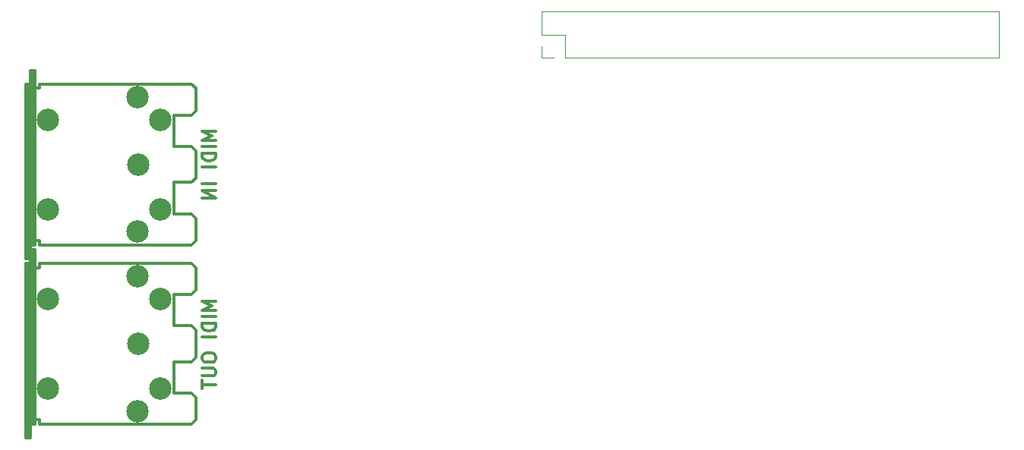
<source format=gbo>
G04 #@! TF.GenerationSoftware,KiCad,Pcbnew,7.0.9*
G04 #@! TF.CreationDate,2024-05-25T15:59:30+01:00*
G04 #@! TF.ProjectId,RPi-QuadDAC-MiniDexed,5250692d-5175-4616-9444-41432d4d696e,rev?*
G04 #@! TF.SameCoordinates,Original*
G04 #@! TF.FileFunction,Legend,Bot*
G04 #@! TF.FilePolarity,Positive*
%FSLAX46Y46*%
G04 Gerber Fmt 4.6, Leading zero omitted, Abs format (unit mm)*
G04 Created by KiCad (PCBNEW 7.0.9) date 2024-05-25 15:59:30*
%MOMM*%
%LPD*%
G01*
G04 APERTURE LIST*
%ADD10C,0.304800*%
%ADD11C,0.120000*%
%ADD12C,2.499360*%
G04 APERTURE END LIST*
D10*
X70689921Y-77246572D02*
X69165921Y-77246572D01*
X69165921Y-77246572D02*
X70254492Y-77754572D01*
X70254492Y-77754572D02*
X69165921Y-78262572D01*
X69165921Y-78262572D02*
X70689921Y-78262572D01*
X70689921Y-78988286D02*
X69165921Y-78988286D01*
X70689921Y-79714000D02*
X69165921Y-79714000D01*
X69165921Y-79714000D02*
X69165921Y-80076857D01*
X69165921Y-80076857D02*
X69238492Y-80294571D01*
X69238492Y-80294571D02*
X69383635Y-80439714D01*
X69383635Y-80439714D02*
X69528778Y-80512285D01*
X69528778Y-80512285D02*
X69819064Y-80584857D01*
X69819064Y-80584857D02*
X70036778Y-80584857D01*
X70036778Y-80584857D02*
X70327064Y-80512285D01*
X70327064Y-80512285D02*
X70472207Y-80439714D01*
X70472207Y-80439714D02*
X70617350Y-80294571D01*
X70617350Y-80294571D02*
X70689921Y-80076857D01*
X70689921Y-80076857D02*
X70689921Y-79714000D01*
X70689921Y-81238000D02*
X69165921Y-81238000D01*
X69165921Y-83415142D02*
X69165921Y-83705428D01*
X69165921Y-83705428D02*
X69238492Y-83850571D01*
X69238492Y-83850571D02*
X69383635Y-83995714D01*
X69383635Y-83995714D02*
X69673921Y-84068285D01*
X69673921Y-84068285D02*
X70181921Y-84068285D01*
X70181921Y-84068285D02*
X70472207Y-83995714D01*
X70472207Y-83995714D02*
X70617350Y-83850571D01*
X70617350Y-83850571D02*
X70689921Y-83705428D01*
X70689921Y-83705428D02*
X70689921Y-83415142D01*
X70689921Y-83415142D02*
X70617350Y-83270000D01*
X70617350Y-83270000D02*
X70472207Y-83124857D01*
X70472207Y-83124857D02*
X70181921Y-83052285D01*
X70181921Y-83052285D02*
X69673921Y-83052285D01*
X69673921Y-83052285D02*
X69383635Y-83124857D01*
X69383635Y-83124857D02*
X69238492Y-83270000D01*
X69238492Y-83270000D02*
X69165921Y-83415142D01*
X69165921Y-84721428D02*
X70399635Y-84721428D01*
X70399635Y-84721428D02*
X70544778Y-84793999D01*
X70544778Y-84793999D02*
X70617350Y-84866571D01*
X70617350Y-84866571D02*
X70689921Y-85011713D01*
X70689921Y-85011713D02*
X70689921Y-85301999D01*
X70689921Y-85301999D02*
X70617350Y-85447142D01*
X70617350Y-85447142D02*
X70544778Y-85519713D01*
X70544778Y-85519713D02*
X70399635Y-85592285D01*
X70399635Y-85592285D02*
X69165921Y-85592285D01*
X69165921Y-86100284D02*
X69165921Y-86971142D01*
X70689921Y-86535713D02*
X69165921Y-86535713D01*
X70689921Y-58262572D02*
X69165921Y-58262572D01*
X69165921Y-58262572D02*
X70254492Y-58770572D01*
X70254492Y-58770572D02*
X69165921Y-59278572D01*
X69165921Y-59278572D02*
X70689921Y-59278572D01*
X70689921Y-60004286D02*
X69165921Y-60004286D01*
X70689921Y-60730000D02*
X69165921Y-60730000D01*
X69165921Y-60730000D02*
X69165921Y-61092857D01*
X69165921Y-61092857D02*
X69238492Y-61310571D01*
X69238492Y-61310571D02*
X69383635Y-61455714D01*
X69383635Y-61455714D02*
X69528778Y-61528285D01*
X69528778Y-61528285D02*
X69819064Y-61600857D01*
X69819064Y-61600857D02*
X70036778Y-61600857D01*
X70036778Y-61600857D02*
X70327064Y-61528285D01*
X70327064Y-61528285D02*
X70472207Y-61455714D01*
X70472207Y-61455714D02*
X70617350Y-61310571D01*
X70617350Y-61310571D02*
X70689921Y-61092857D01*
X70689921Y-61092857D02*
X70689921Y-60730000D01*
X70689921Y-62254000D02*
X69165921Y-62254000D01*
X70689921Y-64140857D02*
X69165921Y-64140857D01*
X70689921Y-64866571D02*
X69165921Y-64866571D01*
X69165921Y-64866571D02*
X70689921Y-65737428D01*
X70689921Y-65737428D02*
X69165921Y-65737428D01*
D11*
X157960000Y-44900000D02*
X157960000Y-50100000D01*
X107040000Y-44900000D02*
X157960000Y-44900000D01*
X107040000Y-44900000D02*
X107040000Y-47500000D01*
X109640000Y-47500000D02*
X109640000Y-50100000D01*
X107040000Y-47500000D02*
X109640000Y-47500000D01*
X107040000Y-48770000D02*
X107040000Y-50100000D01*
X109640000Y-50100000D02*
X157960000Y-50100000D01*
X107040000Y-50100000D02*
X108370000Y-50100000D01*
D10*
X49500400Y-92500360D02*
X50000780Y-92500360D01*
X49749320Y-92500360D02*
X49749320Y-73000780D01*
X50000780Y-92500360D02*
X50000780Y-90999220D01*
X50000780Y-90999220D02*
X50501160Y-90999220D01*
X50249700Y-90999220D02*
X50249700Y-71499640D01*
X50501160Y-90999220D02*
X50501160Y-71499640D01*
X50999000Y-90999220D02*
X50999000Y-90498840D01*
X67999220Y-90999220D02*
X50999000Y-90999220D01*
X67999220Y-90999220D02*
X68499600Y-90498840D01*
X50999000Y-90498840D02*
X50501160Y-90498840D01*
X68499600Y-90498840D02*
X68499600Y-87999480D01*
X68499600Y-87999480D02*
X67999220Y-87499100D01*
X66000240Y-87499100D02*
X66000240Y-83998980D01*
X67999220Y-87499100D02*
X66000240Y-87499100D01*
X67999220Y-83998980D02*
X66000240Y-83998980D01*
X68499600Y-83501140D02*
X67999220Y-83998980D01*
X68499600Y-83501140D02*
X68499600Y-80498860D01*
X68499600Y-80498860D02*
X67999220Y-80001020D01*
X67999220Y-80001020D02*
X66000240Y-80001020D01*
X66000240Y-76500900D02*
X66000240Y-80001020D01*
X67999220Y-76500900D02*
X66000240Y-76500900D01*
X68499600Y-76000520D02*
X67999220Y-76500900D01*
X68499600Y-75500140D02*
X68499600Y-76000520D01*
X50501160Y-73501160D02*
X50999000Y-73501160D01*
X68499600Y-73501160D02*
X68499600Y-75500140D01*
X49500400Y-73000780D02*
X49500400Y-92500360D01*
X50000780Y-73000780D02*
X50000780Y-90999220D01*
X50000780Y-73000780D02*
X49500400Y-73000780D01*
X50999000Y-73000780D02*
X50999000Y-73501160D01*
X67999220Y-73000780D02*
X68499600Y-73501160D01*
X67999220Y-73000780D02*
X50999000Y-73000780D01*
X50000780Y-71499640D02*
X50000780Y-73000780D01*
X50501160Y-71499640D02*
X50000780Y-71499640D01*
X49500400Y-72500360D02*
X50000780Y-72500360D01*
X49749320Y-72500360D02*
X49749320Y-53000780D01*
X50000780Y-72500360D02*
X50000780Y-70999220D01*
X50000780Y-70999220D02*
X50501160Y-70999220D01*
X50249700Y-70999220D02*
X50249700Y-51499640D01*
X50501160Y-70999220D02*
X50501160Y-51499640D01*
X50999000Y-70999220D02*
X50999000Y-70498840D01*
X67999220Y-70999220D02*
X50999000Y-70999220D01*
X67999220Y-70999220D02*
X68499600Y-70498840D01*
X50999000Y-70498840D02*
X50501160Y-70498840D01*
X68499600Y-70498840D02*
X68499600Y-67999480D01*
X68499600Y-67999480D02*
X67999220Y-67499100D01*
X66000240Y-67499100D02*
X66000240Y-63998980D01*
X67999220Y-67499100D02*
X66000240Y-67499100D01*
X67999220Y-63998980D02*
X66000240Y-63998980D01*
X68499600Y-63501140D02*
X67999220Y-63998980D01*
X68499600Y-63501140D02*
X68499600Y-60498860D01*
X68499600Y-60498860D02*
X67999220Y-60001020D01*
X67999220Y-60001020D02*
X66000240Y-60001020D01*
X66000240Y-56500900D02*
X66000240Y-60001020D01*
X67999220Y-56500900D02*
X66000240Y-56500900D01*
X68499600Y-56000520D02*
X67999220Y-56500900D01*
X68499600Y-55500140D02*
X68499600Y-56000520D01*
X50501160Y-53501160D02*
X50999000Y-53501160D01*
X68499600Y-53501160D02*
X68499600Y-55500140D01*
X49500400Y-53000780D02*
X49500400Y-72500360D01*
X50000780Y-53000780D02*
X50000780Y-70999220D01*
X50000780Y-53000780D02*
X49500400Y-53000780D01*
X50999000Y-53000780D02*
X50999000Y-53501160D01*
X67999220Y-53000780D02*
X68499600Y-53501160D01*
X67999220Y-53000780D02*
X50999000Y-53000780D01*
X50000780Y-51499640D02*
X50000780Y-53000780D01*
X50501160Y-51499640D02*
X50000780Y-51499640D01*
D12*
X52002300Y-87001260D03*
X52002300Y-76998740D03*
X61997200Y-74501920D03*
X61999740Y-82000000D03*
X61997200Y-89498080D03*
X64499100Y-77003820D03*
X64499100Y-86996180D03*
X52002300Y-67001260D03*
X52002300Y-56998740D03*
X61997200Y-54501920D03*
X61999740Y-62000000D03*
X61997200Y-69498080D03*
X64499100Y-57003820D03*
X64499100Y-66996180D03*
M02*

</source>
